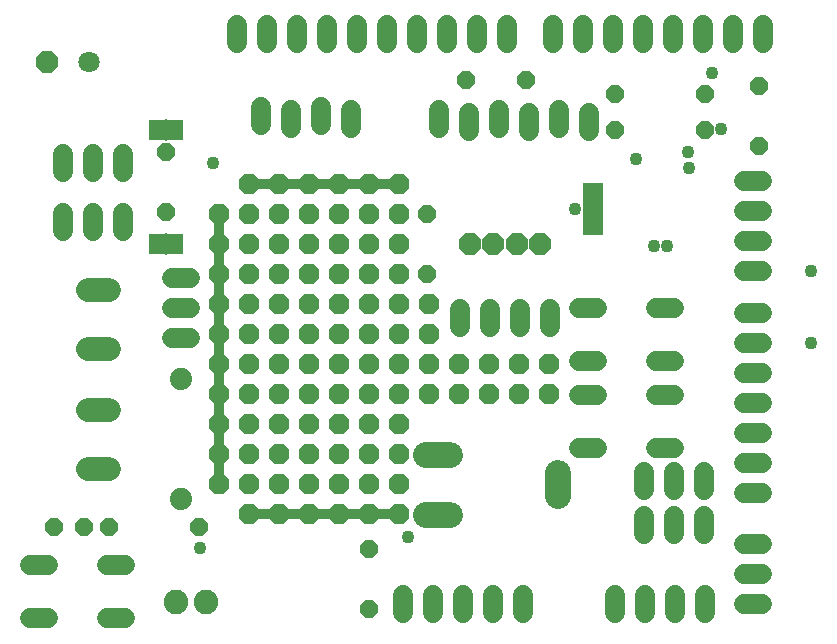
<source format=gbr>
G04 EAGLE Gerber RS-274X export*
G75*
%MOMM*%
%FSLAX34Y34*%
%LPD*%
%INSoldermask Top*%
%IPPOS*%
%AMOC8*
5,1,8,0,0,1.08239X$1,22.5*%
G01*
%ADD10C,0.304800*%
%ADD11C,0.812800*%
%ADD12R,1.805938X0.259075*%
%ADD13C,1.727200*%
%ADD14P,1.649562X8X112.500000*%
%ADD15C,1.993900*%
%ADD16C,1.879600*%
%ADD17P,1.951982X8X202.500000*%
%ADD18C,1.803400*%
%ADD19P,1.649562X8X292.500000*%
%ADD20R,1.371600X1.803400*%
%ADD21R,0.152400X1.828800*%
%ADD22P,1.649562X8X202.500000*%
%ADD23C,2.184400*%
%ADD24C,2.082800*%
%ADD25P,2.034460X8X22.500000*%
%ADD26R,1.803400X1.371600*%
%ADD27P,1.843527X8X22.500000*%
%ADD28C,1.092200*%


D10*
X128270Y426720D02*
X138430Y426720D01*
X137160Y330200D02*
X129540Y330200D01*
D11*
X177800Y355600D02*
X177800Y127000D01*
X203200Y101600D02*
X330200Y101600D01*
X330200Y381000D02*
X203200Y381000D01*
D12*
X494525Y352781D03*
X494551Y367970D03*
D13*
X33562Y58616D02*
X18322Y58616D01*
X18322Y13404D02*
X33562Y13404D01*
X83346Y58616D02*
X98586Y58616D01*
X98586Y13404D02*
X83346Y13404D01*
D14*
X305003Y21387D03*
X305003Y72187D03*
D15*
X85154Y291700D02*
X67247Y291700D01*
X67247Y241700D02*
X85154Y241700D01*
X85154Y190100D02*
X67247Y190100D01*
X67247Y140100D02*
X85154Y140100D01*
D16*
X146045Y216114D03*
X146045Y114514D03*
D13*
X138430Y250825D02*
X153670Y250825D01*
X153670Y276225D02*
X138430Y276225D01*
X138430Y301625D02*
X153670Y301625D01*
X45720Y391160D02*
X45720Y406400D01*
X71120Y406400D02*
X71120Y391160D01*
X96520Y391160D02*
X96520Y406400D01*
X45720Y356870D02*
X45720Y341630D01*
X71120Y341630D02*
X71120Y356870D01*
X96520Y356870D02*
X96520Y341630D01*
X193040Y500380D02*
X193040Y515620D01*
X218440Y515620D02*
X218440Y500380D01*
X243840Y500380D02*
X243840Y515620D01*
X269240Y515620D02*
X269240Y500380D01*
X294640Y500380D02*
X294640Y515620D01*
X320040Y515620D02*
X320040Y500380D01*
X345440Y500380D02*
X345440Y515620D01*
X370840Y515620D02*
X370840Y500380D01*
X396240Y500380D02*
X396240Y515620D01*
X421640Y515620D02*
X421640Y500380D01*
X461010Y500380D02*
X461010Y515620D01*
X486410Y515620D02*
X486410Y500380D01*
X511810Y500380D02*
X511810Y515620D01*
X537210Y515620D02*
X537210Y500380D01*
X562610Y500380D02*
X562610Y515620D01*
X588010Y515620D02*
X588010Y500380D01*
X613410Y500380D02*
X613410Y515620D01*
X638810Y515620D02*
X638810Y500380D01*
D17*
X32512Y484251D03*
D18*
X68072Y484251D03*
D19*
X133350Y407924D03*
X133350Y357124D03*
D13*
X622300Y383540D02*
X637540Y383540D01*
X637540Y358140D02*
X622300Y358140D01*
X622300Y332740D02*
X637540Y332740D01*
X637540Y307340D02*
X622300Y307340D01*
D20*
X125730Y330200D03*
X140970Y330200D03*
D21*
X133350Y330200D03*
D20*
X125730Y426720D03*
X140970Y426720D03*
D21*
X133350Y426720D03*
D14*
X635000Y413512D03*
X635000Y464312D03*
D22*
X438404Y469138D03*
X387604Y469138D03*
X589788Y427228D03*
X513588Y427228D03*
X589788Y457454D03*
X513588Y457454D03*
X63754Y90932D03*
X38354Y90932D03*
X161544Y90932D03*
X85344Y90932D03*
D13*
X483108Y276606D02*
X498348Y276606D01*
X498348Y231394D02*
X483108Y231394D01*
X548132Y276606D02*
X563372Y276606D01*
X563372Y231394D02*
X548132Y231394D01*
X498348Y202946D02*
X483108Y202946D01*
X483108Y157734D02*
X498348Y157734D01*
X548132Y202946D02*
X563372Y202946D01*
X563372Y157734D02*
X548132Y157734D01*
D23*
X465074Y136652D02*
X465074Y116840D01*
X373380Y152146D02*
X353568Y152146D01*
X353568Y101346D02*
X373380Y101346D01*
D13*
X289560Y428752D02*
X289560Y443992D01*
X264160Y446532D02*
X264160Y431292D01*
X238760Y428752D02*
X238760Y443992D01*
X213360Y446532D02*
X213360Y431292D01*
X491490Y425958D02*
X491490Y441198D01*
X466090Y443738D02*
X466090Y428498D01*
X440690Y425958D02*
X440690Y441198D01*
X415290Y443738D02*
X415290Y428498D01*
X389890Y425958D02*
X389890Y441198D01*
X364490Y443738D02*
X364490Y428498D01*
D24*
X167132Y27686D03*
X141732Y27686D03*
D13*
X334010Y33020D02*
X334010Y17780D01*
X359410Y17780D02*
X359410Y33020D01*
X384810Y33020D02*
X384810Y17780D01*
X410210Y17780D02*
X410210Y33020D01*
X435610Y33020D02*
X435610Y17780D01*
X513080Y17780D02*
X513080Y33020D01*
X538480Y33020D02*
X538480Y17780D01*
X563880Y17780D02*
X563880Y33020D01*
X589280Y33020D02*
X589280Y17780D01*
X622300Y76454D02*
X637540Y76454D01*
X637540Y51054D02*
X622300Y51054D01*
X622300Y25654D02*
X637540Y25654D01*
X637540Y271780D02*
X622300Y271780D01*
X622300Y246380D02*
X637540Y246380D01*
X637540Y220980D02*
X622300Y220980D01*
X622300Y195580D02*
X637540Y195580D01*
X637540Y170180D02*
X622300Y170180D01*
X622300Y144780D02*
X637540Y144780D01*
X637540Y119380D02*
X622300Y119380D01*
X538353Y121920D02*
X538353Y137160D01*
X563753Y137160D02*
X563753Y121920D01*
X589153Y121920D02*
X589153Y137160D01*
X538353Y100330D02*
X538353Y85090D01*
X563753Y85090D02*
X563753Y100330D01*
X589153Y100330D02*
X589153Y85090D01*
D25*
X390370Y330098D03*
X410370Y330098D03*
X430370Y330098D03*
X450370Y330098D03*
D26*
X494538Y375666D03*
X494538Y360426D03*
X494538Y345186D03*
D13*
X458470Y275768D02*
X458470Y260528D01*
X433070Y260528D02*
X433070Y275768D01*
X407670Y275768D02*
X407670Y260528D01*
X382270Y260528D02*
X382270Y275768D01*
D19*
X354330Y355600D03*
X354330Y304800D03*
D27*
X177800Y330200D03*
X177800Y304800D03*
X177800Y279400D03*
X177800Y254000D03*
X177800Y228600D03*
X177800Y203200D03*
X177800Y177800D03*
X177800Y152400D03*
X177800Y127000D03*
X177800Y355600D03*
X279400Y101600D03*
X304800Y101600D03*
X330200Y101600D03*
X254000Y101600D03*
X228600Y101600D03*
X203200Y101600D03*
X203200Y381000D03*
X228600Y381000D03*
X254000Y381000D03*
X279400Y381000D03*
X304800Y381000D03*
X330200Y381000D03*
D28*
X679450Y246380D03*
X679450Y307340D03*
X172720Y398780D03*
X161798Y73406D03*
X575056Y408686D03*
X546100Y328676D03*
X531368Y402590D03*
X575818Y394462D03*
X603504Y427990D03*
X595630Y474980D03*
X557530Y328549D03*
D27*
X228600Y330200D03*
X228600Y355600D03*
X254000Y330200D03*
X254000Y355600D03*
X279400Y330200D03*
X279400Y355600D03*
X304800Y330200D03*
X304800Y355600D03*
X330200Y330200D03*
X330200Y355600D03*
X228600Y304800D03*
X254000Y304800D03*
X279400Y304800D03*
X304800Y304800D03*
X330200Y304800D03*
X228600Y279400D03*
X254000Y279400D03*
X279400Y279400D03*
X304800Y279400D03*
X330200Y279400D03*
X355600Y279400D03*
X228600Y254000D03*
X254000Y254000D03*
X279400Y254000D03*
X304800Y254000D03*
X330200Y254000D03*
X355600Y254000D03*
X228600Y228600D03*
X254000Y228600D03*
X279400Y228600D03*
X304800Y228600D03*
X330200Y228600D03*
X355600Y228600D03*
X355600Y203200D03*
X228600Y203200D03*
X228600Y177800D03*
X228600Y127000D03*
X228600Y152400D03*
X254000Y177800D03*
X254000Y127000D03*
X254000Y152400D03*
X254000Y203200D03*
X279400Y203200D03*
X304800Y203200D03*
X330200Y203200D03*
X381000Y203200D03*
X381000Y228600D03*
X406400Y228600D03*
X406400Y203200D03*
X431800Y203200D03*
X431800Y228600D03*
X457200Y203200D03*
X457200Y228600D03*
X279400Y177800D03*
X304800Y177800D03*
X330200Y177800D03*
X279400Y127000D03*
X279400Y152400D03*
X304800Y127000D03*
X304800Y152400D03*
X330200Y127000D03*
X330200Y152400D03*
X203200Y330200D03*
X203200Y355600D03*
X203200Y304800D03*
X203200Y279400D03*
X203200Y254000D03*
X203200Y228600D03*
X203200Y203200D03*
X203200Y177800D03*
X203200Y127000D03*
X203200Y152400D03*
D28*
X338074Y82042D03*
X479374Y360451D03*
M02*

</source>
